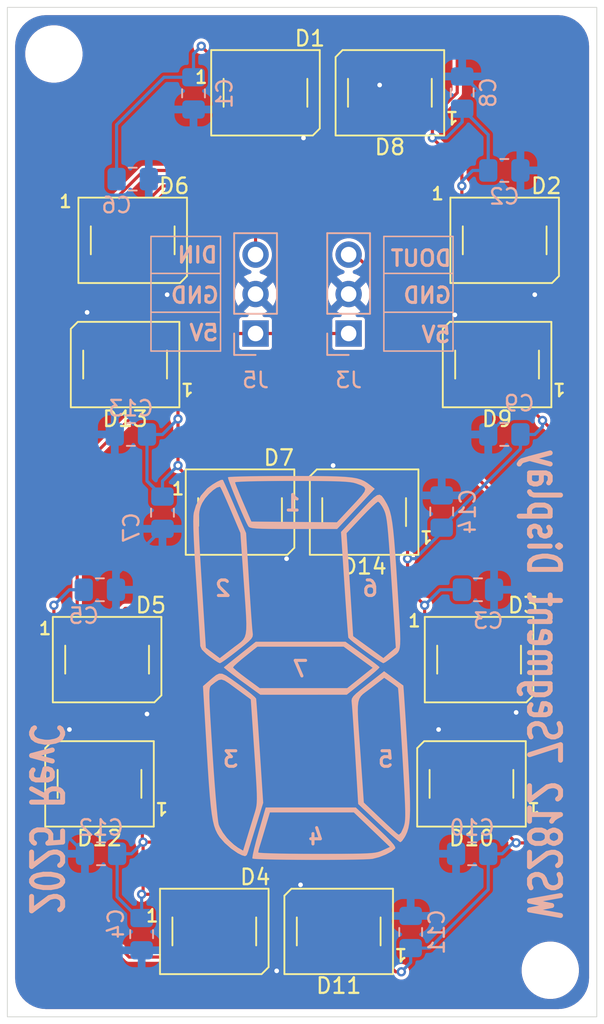
<source format=kicad_pcb>
(kicad_pcb (version 20241229) (generator "pcbnew") (generator_version "9.0")
  (layers (0 "F.Cu" signal) (2 "B.Cu" signal) (13 "F.Paste" user) (15 "B.Paste" user) (5 "F.SilkS" user "F.Silkscreen") (7 "B.SilkS" user "B.Silkscreen") (1 "F.Mask" user) (3 "B.Mask" user) (25 "Edge.Cuts" user))
  (net 0 "")
  (net 1 "GND")
  (net 2 "+5V")
  (net 3 "Net-(D1-DOUT)")
  (net 4 "Net-(D10-DIN)")
  (net 5 "Net-(D11-DIN)")
  (net 6 "Net-(D12-DIN)")
  (net 7 "Net-(D13-DIN)")
  (net 8 "Net-(D1-DIN)")
  (net 9 "Net-(D14-DIN)")
  (net 17 "Net-(D7-DOUT)")
  (footprint "LED_SMD:LED_WS2812B_PLCC4_5.0x5.0mm_P3.2mm" (layer "F.Cu") (at 50.59 100 180)
    (property "Reference" "D13")
    (property "Value" "WS2812B" (hide yes))
  )
  (footprint "MountingHole:MountingHole_3.2mm_M3" (layer "F.Cu") (at 78 139)
    (property "Reference" "H5" (hide yes))
    (property "Value" "MountingHole" (hide yes))
  )
  (footprint "LED_SMD:LED_WS2812B_PLCC4_5.0x5.0mm_P3.2mm" (layer "F.Cu") (at 75.06 92)
    (property "Reference" "D2")
    (property "Value" "WS2812B" (hide yes))
  )
  (footprint "LED_SMD:LED_WS2812B_PLCC4_5.0x5.0mm_P3.2mm" (layer "F.Cu") (at 56.34 136.5)
    (property "Reference" "D4")
    (property "Value" "WS2812B" (hide yes))
  )
  (footprint "LED_SMD:LED_WS2812B_PLCC4_5.0x5.0mm_P3.2mm" (layer "F.Cu") (at 58 109.5)
    (property "Reference" "D7")
    (property "Value" "WS2812B" (hide yes))
  )
  (footprint "LED_SMD:LED_WS2812B_PLCC4_5.0x5.0mm_P3.2mm" (layer "F.Cu") (at 67.66 82.5 180)
    (property "Reference" "D8")
    (property "Value" "WS2812B" (hide yes))
  )
  (footprint "LED_SMD:LED_WS2812B_PLCC4_5.0x5.0mm_P3.2mm" (layer "F.Cu") (at 74.57 100 180)
    (property "Reference" "D9")
    (property "Value" "WS2812B" (hide yes))
  )
  (footprint "LED_SMD:LED_WS2812B_PLCC4_5.0x5.0mm_P3.2mm" (layer "F.Cu") (at 72.92 127 180)
    (property "Reference" "D10")
    (property "Value" "WS2812B" (hide yes))
  )
  (footprint "LED_SMD:LED_WS2812B_PLCC4_5.0x5.0mm_P3.2mm" (layer "F.Cu") (at 51.08 92)
    (property "Reference" "D6")
    (property "Value" "WS2812B" (hide yes))
  )
  (footprint "LED_SMD:LED_WS2812B_PLCC4_5.0x5.0mm_P3.2mm" (layer "F.Cu") (at 48.94 127 180)
    (property "Reference" "D12")
    (property "Value" "WS2812B" (hide yes))
  )
  (footprint "LED_SMD:LED_WS2812B_PLCC4_5.0x5.0mm_P3.2mm" (layer "F.Cu") (at 64.36 136.5 180)
    (property "Reference" "D11")
    (property "Value" "WS2812B" (hide yes))
  )
  (footprint "LED_SMD:LED_WS2812B_PLCC4_5.0x5.0mm_P3.2mm" (layer "F.Cu") (at 49.43 119)
    (property "Reference" "D5")
    (property "Value" "WS2812B" (hide yes))
  )
  (footprint "LED_SMD:LED_WS2812B_PLCC4_5.0x5.0mm_P3.2mm" (layer "F.Cu") (at 59.64 82.5)
    (property "Reference" "D1")
    (property "Value" "WS2812B" (hide yes))
  )
  (footprint "LED_SMD:LED_WS2812B_PLCC4_5.0x5.0mm_P3.2mm" (layer "F.Cu") (at 73.41 119)
    (property "Reference" "D3")
    (property "Value" "WS2812B" (hide yes))
  )
  (footprint "MountingHole:MountingHole_3.2mm_M3" (layer "F.Cu") (at 46 80)
    (property "Reference" "H1" (hide yes))
    (property "Value" "MountingHole" (hide yes))
  )
  (footprint "LED_SMD:LED_WS2812B_PLCC4_5.0x5.0mm_P3.2mm" (layer "F.Cu") (at 66 109.5 180)
    (property "Reference" "D14")
    (property "Value" "WS2812B" (hide yes))
  )
  (footprint "Capacitor_SMD:C_0805_2012Metric_Pad1.18x1.45mm_HandSolder" (layer "B.Cu") (at 75.0375 104.5 180)
    (property "Reference" "C9")
    (property "Value" "0.1uF")
  )
  (footprint "Capacitor_SMD:C_0805_2012Metric_Pad1.18x1.45mm_HandSolder" (layer "B.Cu") (at 71 109.4625 90)
    (property "Reference" "C14")
    (property "Value" "0.1uF")
  )
  (footprint "Capacitor_SMD:C_0805_2012Metric_Pad1.18x1.45mm_HandSolder" (layer "B.Cu") (at 50.9625 104.5 180)
    (property "Reference" "C13")
    (property "Value" "0.1uF")
  )
  (footprint "Capacitor_SMD:C_0805_2012Metric_Pad1.18x1.45mm_HandSolder" (layer "B.Cu") (at 48.9625 114.5)
    (property "Reference" "C5")
    (property "Value" "0.1uF" (hide yes))
  )
  (footprint "Capacitor_SMD:C_0805_2012Metric_Pad1.18x1.45mm_HandSolder" (layer "B.Cu") (at 75.0375 87.5)
    (property "Reference" "C2")
    (property "Value" "0.1uF" (hide yes))
  )
  (footprint "Capacitor_SMD:C_0805_2012Metric_Pad1.18x1.45mm_HandSolder" (layer "B.Cu") (at 51.078896 88.057977)
    (property "Reference" "C6")
    (property "Value" "0.1uF" (hide yes))
  )
  (footprint "Capacitor_SMD:C_0805_2012Metric_Pad1.18x1.45mm_HandSolder" (layer "B.Cu") (at 72.9625 131.5 180)
    (property "Reference" "C10")
    (property "Value" "0.1uF")
  )
  (footprint "Capacitor_SMD:C_0805_2012Metric_Pad1.18x1.45mm_HandSolder" (layer "B.Cu") (at 69 136.5375 90)
    (property "Reference" "C11")
    (property "Value" "0.1uF")
  )
  (footprint "Capacitor_SMD:C_0805_2012Metric_Pad1.18x1.45mm_HandSolder" (layer "B.Cu") (at 55 82.5375 -90)
    (property "Reference" "C1")
    (property "Value" "0.1uF" (hide yes))
  )
  (footprint "Capacitor_SMD:C_0805_2012Metric_Pad1.18x1.45mm_HandSolder" (layer "B.Cu") (at 72.321312 82.486386 90)
    (property "Reference" "C8")
    (property "Value" "0.1uF")
  )
  (footprint "Capacitor_SMD:C_0805_2012Metric_Pad1.18x1.45mm_HandSolder" (layer "B.Cu") (at 73.3375 114.5)
    (property "Reference" "C3")
    (property "Value" "0.1uF" (hide yes))
  )
  (footprint "Connector_PinHeader_2.54mm:PinHeader_1x03_P2.54mm_Vertical" (layer "B.Cu") (at 59 98)
    (property "Reference" "J5")
    (property "Value" "Conn_01x03" (hide yes))
  )
  (footprint "Connector_PinHeader_2.54mm:PinHeader_1x03_P2.54mm_Vertical" (layer "B.Cu") (at 65 98)
    (property "Reference" "J3")
    (property "Value" "Conn_01x03" (hide yes))
  )
  (footprint "Capacitor_SMD:C_0805_2012Metric_Pad1.18x1.45mm_HandSolder" (layer "B.Cu") (at 51.655786 136.676559 -90)
    (property "Reference" "C4")
    (property "Value" "0.1uF" (hide yes))
  )
  (footprint "Capacitor_SMD:C_0805_2012Metric_Pad1.18x1.45mm_HandSolder" (layer "B.Cu") (at 53 109.5375 -90)
    (property "Reference" "C7")
    (property "Value" "0.1uF" (hide yes))
  )
  (footprint "Libraries:7segment-8" (layer "B.Cu") (at 62 119.5 180)
    (property "Reference" "G***" (hide yes))
    (property "Value" "LOGO" (hide yes))
  )
  (footprint "Capacitor_SMD:C_0805_2012Metric_Pad1.18x1.45mm_HandSolder" (layer "B.Cu") (at 49.0375 131.5 180)
    (property "Reference" "C12")
    (property "Value" "0.1uF")
  )
  (gr_line (start 52.258082 91.75) (end 52.258082 99.13) (stroke (width 0.1)) (layer "B.SilkS"))
  (gr_line (start 67.270728 91.75) (end 67.270728 99.13) (stroke (width 0.1)) (layer "B.SilkS"))
  (gr_line (start 56.741917 99.13) (end 52.258082 99.13) (stroke (width 0.1)) (layer "B.SilkS"))
  (gr_line (start 56.741917 91.75) (end 52.258082 91.75) (stroke (width 0.1)) (layer "B.SilkS"))
  (gr_line (start 71.729271 91.75) (end 71.729271 99.13) (stroke (width 0.1)) (layer "B.SilkS"))
  (gr_line (start 71.729271 96.63) (end 67.270728 96.63) (stroke (width 0.1)) (layer "B.SilkS"))
  (gr_line (start 71.729271 94.13) (end 67.270728 94.13) (stroke (width 0.1)) (layer "B.SilkS"))
  (gr_line (start 56.741917 94.13) (end 52.258082 94.13) (stroke (width 0.1)) (layer "B.SilkS"))
  (gr_line (start 71.729271 91.75) (end 67.270728 91.75) (stroke (width 0.1)) (layer "B.SilkS"))
  (gr_line (start 56.741917 91.75) (end 56.741917 99.13) (stroke (width 0.1)) (layer "B.SilkS"))
  (gr_line (start 71.729271 99.13) (end 67.270728 99.13) (stroke (width 0.1)) (layer "B.SilkS"))
  (gr_line (start 56.741917 96.63) (end 52.258082 96.63) (stroke (width 0.1)) (layer "B.SilkS"))
  (gr_rect (start 43 142) (end 81 77) (stroke (width 0.05)) (fill no) (layer "Edge.Cuts"))
  (gr_text "5V" (at 56.702672 98.541169 0) (layer "B.SilkS") (effects (font (size 1 1) (thickness 0.2) (bold yes)) (justify left bottom mirror)))
  (gr_text "WS2812 7Segment Display\n" (at 76.4 135.9 270) (layer "B.SilkS") (effects (font (size 2 1.5) (thickness 0.32) (bold yes)) (justify left bottom mirror)))
  (gr_text "DIN" (at 56.644833 93.532946 0) (layer "B.SilkS") (effects (font (size 1 1) (thickness 0.2) (bold yes)) (justify left bottom mirror)))
  (gr_text "5V" (at 71.665233 98.654855 0) (layer "B.SilkS") (effects (font (size 1 1) (thickness 0.2) (bold yes)) (justify left bottom mirror)))
  (gr_text "2" (at 57.5 115 0) (layer "B.SilkS") (effects (font (size 1 1) (thickness 0.2) (bold yes)) (justify left bottom mirror)))
  (gr_text "1" (at 62 109.5 0) (layer "B.SilkS") (effects (font (size 1 1) (thickness 0.2) (bold yes)) (justify left bottom mirror)))
  (gr_text "GND" (at 71.729271 96.13 0) (layer "B.SilkS") (effects (font (size 1 1) (thickness 0.2) (bold yes)) (justify left bottom mirror)))
  (gr_text "4" (at 63.5 131 0) (layer "B.SilkS") (effects (font (size 1 1) (thickness 0.2) (bold yes)) (justify left bottom mirror)))
  (gr_text "DOUT" (at 71.729271 93.745773 0) (layer "B.SilkS") (effects (font (size 1 1) (thickness 0.2) (bold yes)) (justify left bottom mirror)))
  (gr_text "6" (at 67 115 0) (layer "B.SilkS") (effects (font (size 1 1) (thickness 0.2) (bold yes)) (justify left bottom mirror)))
  (gr_text "GND" (at 56.741917 96.13 0) (layer "B.SilkS") (effects (font (size 1 1) (thickness 0.2) (bold yes)) (justify left bottom mirror)))
  (gr_text "7" (at 62.5 120.17976 0) (layer "B.SilkS") (effects (font (size 1 1) (thickness 0.2) (bold yes)) (justify left bottom mirror)))
  (gr_text "2025 RevC\n" (at 44.3 135.6 270) (layer "B.SilkS") (effects (font (size 2 1.5) (thickness 0.32) (bold yes)) (justify left bottom mirror)))
  (gr_text "5" (at 68 126 0) (layer "B.SilkS") (effects (font (size 1 1) (thickness 0.2) (bold yes)) (justify left bottom mirror)))
  (gr_text "3" (at 58 126 0) (layer "B.SilkS") (effects (font (size 1 1) (thickness 0.2) (bold yes)) (justify left bottom mirror)))
  (segment (start 61.9 133.5) (end 61.91 133.51) (width 0.2032) (layer "F.Cu") (net 1))
  (segment (start 60.45 111.15) (end 60.5 111.2) (width 0.2032) (layer "F.Cu") (net 1))
  (segment (start 62 85.5) (end 62.09 85.41) (width 0.2032) (layer "F.Cu") (net 1))
  (segment (start 70.47 125.35) (end 70.47 123.83) (width 0.2032) (layer "F.Cu") (net 1))
  (segment (start 75.86 122.34) (end 75.8 122.4) (width 0.2032) (layer "F.Cu") (net 1))
  (segment (start 63.55 107.85) (end 64 107.4) (width 0.2032) (layer "F.Cu") (net 1))
  (segment (start 48.14 98.35) (end 48.14 96.64) (width 0.2032) (layer "F.Cu") (net 1))
  (segment (start 53.5 95.2) (end 53.5 93.68) (width 0.2032) (layer "F.Cu") (net 1))
  (segment (start 62.09 84.15) (end 62.09 85.41) (width 0.2032) (layer "F.Cu") (net 1))
  (segment (start 46.5 125.34) (end 46.5 124) (width 0.2032) (layer "F.Cu") (net 1))
  (segment (start 46.5 124) (end 47 123.5) (width 0.2032) (layer "F.Cu") (net 1))
  (segment (start 72.1 98.33) (end 72.12 98.35) (width 0.2032) (layer "F.Cu") (net 1))
  (segment (start 72.1 97.22) (end 72.1 98.33) (width 0.2032) (layer "F.Cu") (net 1))
  (segment (start 60.361222 139.038778) (end 60.361222 138.361222) (width 0.2032) (layer "F.Cu") (net 1))
  (segment (start 51.88 120.65) (end 51.88 122.38) (width 0.2032) (layer "F.Cu") (net 1))
  (segment (start 46.49 125.35) (end 46.5 125.34) (width 0.2032) (layer "F.Cu") (net 1))
  (segment (start 53.3 95.5) (end 53.3 95.4) (width 0.2032) (layer "F.Cu") (net 1))
  (segment (start 51.88 122.38) (end 52 122.5) (width 0.2032) (layer "F.Cu") (net 1))
  (segment (start 77.5 95) (end 77 95.5) (width 0.2032) (layer "F.Cu") (net 1))
  (segment (start 53.3 95.4) (end 53.5 95.2) (width 0.2032) (layer "F.Cu") (net 1))
  (segment (start 60.15 138.15) (end 58.79 138.15) (width 0.2032) (layer "F.Cu") (net 1))
  (segment (start 67 81.3) (end 66.55 80.85) (width 0.2032) (layer "F.Cu") (net 1))
  (segment (start 60.8 112.5) (end 61 112.5) (width 0.2032) (layer "F.Cu") (net 1))
  (segment (start 48 96.5) (end 48.14 96.64) (width 0.2032) (layer "F.Cu") (net 1))
  (segment (start 60.5 111.2) (end 60.5 112.2) (width 0.2032) (layer "F.Cu") (net 1))
  (segment (start 70.47 123.83) (end 70.8 123.5) (width 0.2032) (layer "F.Cu") (net 1))
  (segment (start 77.5 93.66) (end 77.5 95) (width 0.2032) (layer "F.Cu") (net 1))
  (segment (start 71.849271 96.8) (end 71.849271 96.969271) (width 0.2032) (layer "F.Cu") (net 1))
  (segment (start 75.86 120.65) (end 75.86 122.34) (width 0.2032) (layer "F.Cu") (net 1))
  (segment (start 66.55 80.85) (end 65.21 80.85) (width 0.2032) (layer "F.Cu") (net 1))
  (segment (start 71.849271 96.969271) (end 72.1 97.22) (width 0.2032) (layer "F.Cu") (net 1))
  (segment (start 77.51 93.65) (end 77.5 93.66) (width 0.2032) (layer "F.Cu") (net 1))
  (segment (start 67 82) (end 67 81.3) (width 0.2032) (layer "F.Cu") (net 1))
  (segment (start 60.5 112.2) (end 60.8 112.5) (width 0.2032) (layer "F.Cu") (net 1))
  (segment (start 64 107.4) (end 64 106.5) (width 0.2032) (layer "F.Cu") (net 1))
  (segment (start 61.91 133.51) (end 61.91 134.85) (width 0.2032) (layer "F.Cu") (net 1))
  (segment (start 53.5 93.68) (end 53.53 93.65) (width 0.2032) (layer "F.Cu") (net 1))
  (segment (start 60.361222 138.361222) (end 60.15 138.15) (width 0.2032) (layer "F.Cu") (net 1))
  (via (at 64 106.5) (size 0.6) (drill 0.3) (layers "F.Cu" "B.Cu") (net 1))
  (via (at 61 112.5) (size 0.6) (drill 0.3) (layers "F.Cu" "B.Cu") (net 1))
  (via (at 60.361222 139.038778) (size 0.6) (drill 0.3) (layers "F.Cu" "B.Cu") (net 1))
  (via (at 67 82) (size 0.6) (drill 0.3) (layers "F.Cu" "B.Cu") (net 1))
  (via (at 61.9 133.5) (size 0.6) (drill 0.3) (layers "F.Cu" "B.Cu") (net 1))
  (via (at 48.14 96.64) (size 0.6) (drill 0.3) (layers "F.Cu" "B.Cu") (net 1))
  (via (at 75.8 122.4) (size 0.6) (drill 0.3) (layers "F.Cu" "B.Cu") (net 1))
  (via (at 71.849271 96.8) (size 0.6) (drill 0.3) (layers "F.Cu" "B.Cu") (net 1))
  (via (at 77 95.5) (size 0.6) (drill 0.3) (layers "F.Cu" "B.Cu") (net 1))
  (via (at 52 122.5) (size 0.6) (drill 0.3) (layers "F.Cu" "B.Cu") (net 1))
  (via (at 62.09 85.41) (size 0.6) (drill 0.3) (layers "F.Cu" "B.Cu") (net 1))
  (via (at 47 123.5) (size 0.6) (drill 0.3) (layers "F.Cu" "B.Cu") (net 1))
  (via (at 70.8 123.5) (size 0.6) (drill 0.3) (layers "F.Cu" "B.Cu") (net 1))
  (via (at 53.3 95.5) (size 0.6) (drill 0.3) (layers "F.Cu" "B.Cu") (net 1))
  (segment (start 56.625 83.575) (end 57.3 82.9) (width 0.2032) (layer "B.Cu") (net 1))
  (segment (start 72.3 96.98) (end 72.12 96.8) (width 0.2032) (layer "B.Cu") (net 1))
  (segment (start 51.838778 139.038778) (end 51.655786 138.855786) (width 0.2032) (layer "B.Cu") (net 1))
  (segment (start 49.925 104.5) (end 49.925 108.925) (width 0.2032) (layer "B.Cu") (net 1))
  (segment (start 76.075 85.075) (end 76.075 87.5) (width 0.2032) (layer "B.Cu") (net 1))
  (segment (start 68.025 108.425) (end 66.1 106.5) (width 0.2032) (layer "B.Cu") (net 1))
  (segment (start 76.075 87.5) (end 76.075 88.925) (width 0.2032) (layer "B.Cu") (net 1))
  (segment (start 67.4 135.5) (end 68.8 135.5) (width 0.2032) (layer "B.Cu") (net 1))
  (segment (start 55 92.4) (end 53.3 94.1) (width 0.2032) (layer "B.Cu") (net 1))
  (segment (start 54.5 94.3) (end 57.84 94.3) (width 0.2032) (layer "B.Cu") (net 1))
  (segment (start 70.7 131.5) (end 71.925 131.5) (width 0.2032) (layer "B.Cu") (net 1))
  (segment (start 71 108.425) (end 68.025 108.425) (width 0.2032) (layer "B.Cu") (net 1))
  (segment (start 48 131.5) (end 47 130.5) (width 0.2032) (layer "B.Cu") (net 1))
  (segment (start 48.66 96.64) (end 48.14 96.64) (width 0.2032) (layer "B.Cu") (net 1))
  (segment (start 48 131.5) (end 48 129.7) (width 0.2032) (layer "B.Cu") (net 1))
  (segment (start 69 134.1) (end 69 135.3) (width 0.2032) (layer "B.Cu") (net 1))
  (segment (start 71.925 131.5) (end 71.925 133.975) (width 0.2032) (layer "B.Cu") (net 1))
  (segment (start 57.84 94.3) (end 59 95.46) (width 0.2032) (layer "B.Cu") (net 1))
  (segment (start 69 135.3) (end 68.8 135.5) (width 0.2032) (layer "B.Cu") (net 1))
  (segment (start 72.448886 81.448886) (end 76.075 85.075) (width 0.2032) (layer "B.Cu") (net 1))
  (segment (start 67.551114 81.448886) (end 72.321312 81.448886) (width 0.2032) (layer "B.Cu") (net 1))
  (segment (start 76.075 88.925) (end 74 91) (width 0.2032) (layer "B.Cu") (net 1))
  (segment (start 55 83.575) (end 56.625 83.575) (width 0.2032) (layer "B.Cu") (net 1))
  (segment (start 60.06 94.4) (end 63.94 94.4) (width 0.4064) (layer "B.Cu") (net 1))
  (segment (start 53.3 94.1) (end 53.3 95.5) (width 0.2032) (layer "B.Cu") (net 1))
  (segment (start 74 127.8) (end 74 124.2) (width 0.2032) (layer "B.Cu") (net 1))
  (segment (start 74 106.7) (end 72.275 108.425) (width 0.2032) (layer "B.Cu") (net 1))
  (segment (start 68.4 133.5) (end 69 134.1) (width 0.2032) (layer "B.Cu") (net 1))
  (segment (start 52.116396 88.057977) (end 52.116396 89.6) (width 0.2032) (layer "B.Cu") (net 1))
  (segment (start 74 104.5) (end 74 106.7) (width 0.2032) (layer "B.Cu") (net 1))
  (segment (start 51.9 125.8) (end 51.9 122.6) (width 0.2032) (layer "B.Cu") (net 1))
  (segment (start 55 83.575) (end 60.255 83.575) (width 0.2032) (layer "B.Cu") (net 1))
  (segment (start 63.94 94.4) (end 65 95.46) (width 0.4064) (layer "B.Cu") (net 1))
  (segment (start 50 115.5) (end 48 117.5) (width 0.2032) (layer "B.Cu") (net 1))
  (segment (start 72.12 96.8) (end 71.96 96.96) (width 0.2032) (layer "B.Cu") (net 1))
  (segment (start 48 131.5) (end 48 135.3) (width 0.2032) (layer "B.Cu") (net 1))
  (segment (start 70.4 135.5) (end 69 135.5) (width 0.2032) (layer "B.Cu") (net 1))
  (segment (start 70.451114 81.448886) (end 72.321312 81.448886) (width 0.2032) (layer "B.Cu") (net 1))
  (segment (start 57.3 82.9) (end 69 82.9) (width 0.2032) (layer "B.Cu") (net 1))
  (segment (start 51.9 122.6) (end 52 122.5) (width 0.2032) (layer "B.Cu") (net 1))
  (segment (start 53.3 95.5) (end 54.5 94.3) (width 0.2032) (layer "B.Cu") (net 1))
  (segment (start 50 114.5) (end 50 115.5) (width 0.2032) (layer "B.Cu") (net 1))
  (segment (start 59 95.46) (end 60.06 94.4) (width 0.4064) (layer "B.Cu") (net 1))
  (segment (start 67 82) (end 67.551114 81.448886) (width 0.2032) (layer "B.Cu") (net 1))
  (segment (start 70.2 131) (end 70.7 131.5) (width 0.2032) (layer "B.Cu") (net 1))
  (segment (start 75.2 103.3) (end 75.2 97.3) (width 0.2032) (layer "B.Cu") (net 1))
  (segment (start 53 110.575) (end 54.775 110.575) (width 0.2032) (layer "B.Cu") (net 1))
  (segment (start 71.925 129.875) (end 74 127.8) (width 0.2032) (layer "B.Cu") (net 1))
  (segment (start 50.4 91.316396) (end 50.4 94.9) (width 0.2032) (layer "B.Cu") (net 1))
  (segment (start 71.925 133.975) (end 70.4 135.5) (width 0.2032) (layer "B.Cu") (net 1))
  (segment (start 72.3 104) (end 72.3 96.98) (width 0.2032) (layer "B.Cu") (net 1))
  (segment (start 50.4 94.9) (end 48.66 96.64) (width 0.2032) (layer "B.Cu") (net 1))
  (segment (start 69 82.9) (end 70.451114 81.448886) (width 0.2032) (layer "B.Cu") (net 1))
  (segment (start 50 113.575) (end 53 110.575) (width 0.2032) (layer "B.Cu") (net 1))
  (segment (start 72.321312 81.448886) (end 72.448886 81.448886) (width 0.2032) (layer "B.Cu") (net 1))
  (segment (start 53.725 83.575) (end 52.116396 85.183604) (width 0.2032) (layer "B.Cu") (net 1))
  (segment (start 56.7 112.5) (end 61 112.5) (width 0.2032) (layer "B.Cu") (net 1))
  (segment (start 60.361222 139.038778) (end 51.838778 139.038778) (width 0.2032) (layer "B.Cu") (net 1))
  (segment (start 49.925 104.5) (end 49.925 103.575) (width 0.2032) (layer "B.Cu") (net 1))
  (segment (start 49.925 103.575) (end 52.116396 101.383604) (width 0.2032) (layer "B.Cu") (net 1))
  (segment (start 74 124.2) (end 75.8 122.4) (width 0.2032) (layer "B.Cu") (net 1))
  (segment (start 52.116396 89.6) (end 50.4 91.316396) (width 0.2032) (layer "B.Cu") (net 1))
  (segment (start 71.925 118.475) (end 74.375 116.025) (width 0.2032) (layer "B.Cu") (net 1))
  (segment (start 51.655786 138.855786) (end 51.655786 137.714059) (width 0.2032) (layer "B.Cu") (net 1))
  (segment (start 47 130.5) (end 47 123.5) (width 0.2032) (layer "B.Cu") (net 1))
  (segment (start 70.8 123.5) (end 70.2 124.1) (width 0.2032) (layer "B.Cu") (net 1))
  (segment (start 48 129.7) (end 51.9 125.8) (width 0.2032) (layer "B.Cu") (net 1))
  (segment (start 68.8 135.5) (end 69 135.5) (width 0.2032) (layer "B.Cu") (net 1))
  (segment (start 50 114.5) (end 50 113.575) (width 0.2032) (layer "B.Cu") (net 1))
  (segment (start 48 117.5) (end 48 131.5) (width 0.2032) (layer "B.Cu") (net 1))
  (segment (start 71.925 131.5) (end 71.925 129.875) (width 0.2032) (layer "B.Cu") (net 1))
  (segment (start 72.275 108.425) (end 71 108.425) (width 0.2032) (layer "B.Cu") (net 1))
  (segment (start 70.2 124.1) (end 70.2 131) (width 0.2032) (layer "B.Cu") (net 1))
  (segment (start 74 104.5) (end 75.2 103.3) (width 0.2032) (layer "B.Cu") (net 1))
  (segment (start 48 135.3) (end 50.414059 137.714059) (width 0.2032) (layer "B.Cu") (net 1))
  (segment (start 49.925 108.925) (end 51.575 110.575) (width 0.2032) (layer "B.Cu") (net 1))
  (segment (start 51.655786 137.714059) (end 65.185941 137.714059) (width 0.2032) (layer "B.Cu") (net 1))
  (segment (start 71.925 131.5) (end 71.925 118.475) (width 0.2032) (layer "B.Cu") (net 1))
  (segment (start 75.2 97.3) (end 77 95.5) (width 0.2032) (layer "B.Cu") (net 1))
  (segment (start 74 91) (end 74 104.5) (width 0.2032) (layer "B.Cu") (net 1))
  (segment (start 50.414059 137.714059) (end 51.655786 137.714059) (width 0.2032) (layer "B.Cu") (net 1))
  (segment (start 61.9 133.5) (end 68.4 133.5) (width 0.2032) (layer "B.Cu") (net 1))
  (segment (start 55 83.575) (end 55 92.4) (width 0.2032) (layer "B.Cu") (net 1))
  (segment (start 51.575 110.575) (end 53 110.575) (width 0.2032) (layer "B.Cu") (net 1))
  (segment (start 52.116396 85.183604) (end 52.116396 88.057977) (width 0.2032) (layer "B.Cu") (net 1))
  (segment (start 54.775 110.575) (end 56.7 112.5) (width 0.2032) (layer "B.Cu") (net 1))
  (segment (start 55 83.575) (end 53.725 83.575) (width 0.2032) (layer "B.Cu") (net 1))
  (segment (start 52.116396 101.383604) (end 52.116396 88.057977) (width 0.2032) (layer "B.Cu") (net 1))
  (segment (start 66.1 106.5) (end 64 106.5) (width 0.2032) (layer "B.Cu") (net 1))
  (segment (start 65.185941 137.714059) (end 67.4 135.5) (width 0.2032) (layer "B.Cu") (net 1))
  (segment (start 74.375 116.025) (end 74.375 114.5) (width 0.2032) (layer "B.Cu") (net 1))
  (segment (start 60.255 83.575) (end 62.09 85.41) (width 0.2032) (layer "B.Cu") (net 1))
  (segment (start 72.8 104.5) (end 72.3 104) (width 0.2032) (layer "B.Cu") (net 1))
  (segment (start 74 104.5) (end 72.8 104.5) (width 0.2032) (layer "B.Cu") (net 1))
  (segment (start 55.55 107.85) (end 55.25 107.85) (width 0.2032) (layer "F.Cu") (net 2))
  (segment (start 66.81 138.15) (end 67.08 138.15) (width 0.2032) (layer "F.Cu") (net 2))
  (segment (start 70.65 117.35) (end 69.9 116.6) (width 0.2032) (layer "F.Cu") (net 2))
  (segment (start 75.37 128.65) (end 75.37 130.37) (width 0.2032) (layer "F.Cu") (net 2))
  (segment (start 77.02 100.88) (end 77.02 101.65) (width 0.2032) (layer "F.Cu") (net 2))
  (segment (start 57.3 139.8) (end 64.9 139.8) (width 0.2032) (layer "F.Cu") (net 2))
  (segment (start 70.4 84.44) (end 70.11 84.15) (width 0.2032) (layer "F.Cu") (net 2))
  (segment (start 48.95 90.35) (end 51.8 87.5) (width 0.2032) (layer "F.Cu") (net 2))
  (segment (start 57 97.5) (end 57.5 98) (width 0.2032) (layer "F.Cu") (net 2))
  (segment (start 77 101.67) (end 77.02 101.65) (width 0.2032) (layer "F.Cu") (net 2))
  (segment (start 53.89 134.85) (end 55.9 136.86) (width 0.2032) (layer "F.Cu") (net 2))
  (segment (start 47.5 106.9) (end 47.5 117.35) (width 0.2032) (layer "F.Cu") (net 2))
  (segment (start 55.95 87.5) (end 57 88.55) (width 0.2032) (layer "F.Cu") (net 2))
  (segment (start 53.9 116.5) (end 53.9 129.4) (width 0.2032) (layer "F.Cu") (net 2))
  (segment (start 52.902597 134.107606) (end 53.644991 134.85) (width 0.2032) (layer "F.Cu") (net 2))
  (segment (start 47.5 117.35) (end 46.98 117.35) (width 0.2032) (layer "F.Cu") (net 2))
  (segment (start 78.5 104.6) (end 78.5 129) (width 0.2032) (layer "F.Cu") (net 2))
  (segment (start 72.61 90.35) (end 72.35 90.35) (width 0.2032) (layer "F.Cu") (net 2))
  (segment (start 53.25 101.65) (end 54 102.4) (width 0.2032) (layer "F.Cu") (net 2))
  (segment (start 70.4 85.4) (end 70.4 84.44) (width 0.2032) (layer "F.Cu") (net 2))
  (segment (start 72 82.5) (end 72 79.5) (width 0.2032) (layer "F.Cu") (net 2))
  (segment (start 54 106.5) (end 54 103.5) (width 0.2032) (layer "F.Cu") (net 2))
  (segment (start 57.5 98) (end 59 98) (width 0.2032) (layer "F.Cu") (net 2))
  (segment (start 46.98 117.35) (end 48.95 117.35) (width 0.2032) (layer "F.Cu") (net 2))
  (segment (start 72.3 90.04) (end 72.61 90.35) (width 0.2032) (layer "F.Cu") (net 2))
  (segment (start 71 78.5) (end 59.8 78.5) (width 0.2032) (layer "F.Cu") (net 2))
  (segment (start 53.1 115.7) (end 53.9 116.5) (width 0.2032) (layer "F.Cu") (net 2))
  (segment (start 72.3 87.3) (end 70.4 85.4) (width 0.2032) (layer "F.Cu") (net 2))
  (segment (start 68.03 139.1) (end 68.4 139.1) (width 0.2032) (layer "F.Cu") (net 2))
  (segment (start 77.5 103.6) (end 78.5 104.6) (width 0.2032) (layer "F.Cu") (net 2))
  (segment (start 51.75 130.75) (end 51.7 130.7) (width 0.2032) (layer "F.Cu") (net 2))
  (segment (start 53.04 101.65) (end 53.25 101.65) (width 0.2032) (layer "F.Cu") (net 2))
  (segment (start 56.85 80.85) (end 55.5 79.5) (width 0.2032) (layer "F.Cu") (net 2))
  (segment (start 72.3 88.5) (end 72.3 87.3) (width 0.2032) (layer "F.Cu") (net 2))
  (segment (start 54 102.4) (end 54 103.5) (width 0.2032) (layer "F.Cu") (net 2))
  (segment (start 57.45 80.85) (end 57.19 80.85) (width 0.2032) (layer "F.Cu") (net 2))
  (segment (start 69.9 116.6) (end 69.9 115.5) (width 0.2032) (layer "F.Cu") (net 2))
  (segment (start 70.96 117.35) (end 70.65 117.35) (width 0.2032) (layer "F.Cu") (net 2))
  (segment (start 74.2 89.1) (end 79.1 89.1) (width 0.2032) (layer "F.Cu") (net 2))
  (segment (start 54 106.6) (end 54 106.5) (width 0.2032) (layer "F.Cu") (net 2))
  (segment (start 51.8 87.5) (end 55.95 87.5) (width 0.2032) (layer "F.Cu") (net 2))
  (segment (start 50.6 115.7) (end 53.1 115.7) (width 0.2032) (layer "F.Cu") (net 2))
  (segment (start 51.7 128.96) (end 51.39 128.65) (width 0.2032) (layer "F.Cu") (net 2))
  (segment (start 66.55 138.15) (end 66.81 138.15) (width 0.2032) (layer "F.Cu") (net 2))
  (segment (start 76.7 130.8) (end 75.8 130.8) (width 0.2032) (layer "F.Cu") (net 2))
  (segment (start 46.98 117.35) (end 46.65 117.35) (width 0.2032) (layer "F.Cu") (net 2))
  (segment (start 68.8 114.4) (end 69.9 115.5) (width 0.2032) (layer "F.Cu") (net 2))
  (segment (start 46 116.7) (end 46 115.5) (width 0.2032) (layer "F.Cu") (net 2))
  (segment (start 72.61 90.35) (end 72.95 90.35) (width 0.2032) (layer "F.Cu") (net 2))
  (segment (start 79.1 89.1) (end 79.5 89.5) (width 0.2032) (layer "F.Cu") (net 2))
  (segment (start 57.19 80.85) (end 56.85 80.85) (width 0.2032) (layer "F.Cu") (net 2))
  (segment (start 57 88.55) (end 57 97.5) (width 0.2032) (layer "F.Cu") (net 2))
  (segment (start 72.3 88.5) (end 72.3 90.04) (width 0.2032) (layer "F.Cu") (net 2))
  (segment (start 53.04 101.65) (end 52.75 101.65) (width 0.2032) (layer "F.Cu") (net 2))
  (segment (start 55.9 136.86) (end 55.9 138.4) (width 0.2032) (layer "F.Cu") (net 2))
  (segment (start 79.5 89.5) (end 79.5 98.4) (width 0.2032) (layer "F.Cu") (net 2))
  (segment (start 51.655786 134.107606) (end 52.902597 134.107606) (width 0.2032) (layer "F.Cu") (net 2))
  (segment (start 75.37 130.37) (end 75.8 130.8) (width 0.2032) (layer "F.Cu") (net 2))
  (segment (start 68.8 112.5) (end 68.8 114.4) (width 0.2032) (layer "F.Cu") (net 2))
  (segment (start 53.9 129.4) (end 52.55 130.75) (width 0.2032) (layer "F.Cu") (net 2))
  (segment (start 77 103.1) (end 77 101.67) (width 0.2032) (layer "F.Cu") (net 2))
  (segment (start 59 98) (end 65 98) (width 0.2032) (layer "F.Cu") (net 2))
  (segment (start 53.644991 134.85) (end 53.89 134.85) (width 0.2032) (layer "F.Cu") (net 2))
  (segment (start 64.9 139.8) (end 66.55 138.15) (width 0.2032) (layer "F.Cu") (net 2))
  (segment (start 79.5 98.4) (end 77.02 100.88) (width 0.2032) (layer "F.Cu") (net 2))
  (segment (start 70.35 84.15) (end 72 82.5) (width 0.2032) (layer "F.Cu") (net 2))
  (segment (start 78.5 129) (end 76.7 130.8) (width 0.2032) (layer "F.Cu") (net 2))
  (segment (start 77.5 103.6) (end 77 103.1) (width 0.2032) (layer "F.Cu") (net 2))
  (segment (start 46.65 117.35) (end 46 116.7) (width 0.2032) (layer "F.Cu") (net 2))
  (segment (start 55.25 107.85) (end 54 106.6) (width 0.2032) (layer "F.Cu") (net 2))
  (segment (start 72 79.5) (end 71 78.5) (width 0.2032) (layer "F.Cu") (net 2))
  (segment (start 59.8 78.5) (end 57.45 80.85) (width 0.2032) (layer "F.Cu") (net 2))
  (segment (start 67.08 138.15) (end 68.03 139.1) (width 0.2032) (layer "F.Cu") (net 2))
  (segment (start 68.8 112.5) (end 68.8 111.5) (width 0.2032) (layer "F.Cu") (net 2))
  (segment (start 48.63 90.35) (end 48.95 90.35) (width 0.2032) (layer "F.Cu") (net 2))
  (segment (start 72.95 90.35) (end 74.2 89.1) (width 0.2032) (layer "F.Cu") (net 2))
  (segment (start 51.7 130.7) (end 51.7 128.96) (width 0.2032) (layer "F.Cu") (net 2))
  (segment (start 48.95 117.35) (end 50.6 115.7) (width 0.2032) (layer "F.Cu") (net 2))
  (segment (start 52.55 130.75) (end 51.75 130.75) (width 0.2032) (layer "F.Cu") (net 2))
  (segment (start 68.8 111.5) (end 68.45 111.15) (width 0.2032) (layer "F.Cu") (net 2))
  (segment (start 70.11 84.15) (end 70.35 84.15) (width 0.2032) (layer "F.Cu") (net 2))
  (segment (start 51.75 130.75) (end 51.75 134.013392) (width 0.2032) (layer "F.Cu") (net 2))
  (segment (start 55.9 138.4) (end 57.3 139.8) (width 0.2032) (layer "F.Cu") (net 2))
  (segment (start 52.75 101.65) (end 47.5 106.9) (width 0.2032) (layer "F.Cu") (net 2))
  (segment (start 51.75 134.013392) (end 51.655786 134.107606) (width 0.2032) (layer "F.Cu") (net 2))
  (via (at 70.4 85.4) (size 0.6) (drill 0.3) (layers "F.Cu" "B.Cu") (net 2))
  (via (at 77.5 103.6) (size 0.6) (drill 0.3) (layers "F.Cu" "B.Cu") (net 2))
  (via (at 51.75 130.75) (size 0.6) (drill 0.3) (layers "F.Cu" "B.Cu") (net 2))
  (via (at 54 106.5) (size 0.6) (drill 0.3) (layers "F.Cu" "B.Cu") (net 2))
  (via (at 54 103.5) (size 0.6) (drill 0.3) (layers "F.Cu" "B.Cu") (net 2))
  (via (at 72.3 88.5) (size 0.6) (drill 0.3) (layers "F.Cu" "B.Cu") (net 2))
  (via (at 51.655786 134.107606) (size 0.6) (drill 0.3) (layers "F.Cu" "B.Cu") (net 2))
  (via (at 46 115.5) (size 0.6) (drill 0.3) (layers "F.Cu" "B.Cu") (net 2))
  (via (at 75.8 130.8) (size 0.6) (drill 0.3) (layers "F.Cu" "B.Cu") (net 2))
  (via (at 68.8 112.5) (size 0.6) (drill 0.3) (layers "F.Cu" "B.Cu") (net 2))
  (via (at 69.9 115.5) (size 0.6) (drill 0.3) (layers "F.Cu" "B.Cu") (net 2))
  (via (at 68.4 139.1) (size 0.6) (drill 0.3) (layers "F.Cu" "B.Cu") (net 2))
  (via (at 55.5 79.5) (size 0.6) (drill 0.3) (layers "F.Cu" "B.Cu") (net 2))
  (segment (start 73 87.5) (end 74 87.5) (width 0.2032) (layer "B.Cu") (net 2))
  (segment (start 70.225 137.575) (end 74 133.8) (width 0.2032) (layer "B.Cu") (net 2))
  (segment (start 50.041396 88.057977) (end 50.041396 84.558604) (width 0.2032) (layer "B.Cu") (net 2))
  (segment (start 52 107.5) (end 53 108.5) (width 0.2032) (layer "B.Cu") (net 2))
  (segment (start 69 138.5) (end 68.4 139.1) (width 0.2032) (layer "B.Cu") (net 2))
  (segment (start 72.321312 83.523886) (end 74 85.202574) (width 0.2032) (layer "B.Cu") (net 2))
  (segment (start 71.3 85.4) (end 72.321312 84.378688) (width 0.2032) (layer "B.Cu") (net 2))
  (segment (start 47 114.5) (end 46 115.5) (width 0.2032) (layer "B.Cu") (net 2))
  (segment (start 55 81.5) (end 55 80) (width 0.2032) (layer "B.Cu") (net 2))
  (segment (start 77 104.5) (end 76.075 104.5) (width 0.2032) (layer "B.Cu") (net 2))
  (segment (start 50.075 134.275) (end 51.439059 135.639059) (width 0.2032) (layer "B.Cu") (net 2))
  (segment (start 52 104.5) (end 53 104.5) (width 0.2032) (layer "B.Cu") (net 2))
  (segment (start 70.4 85.4) (end 71.3 85.4) (width 0.2032) (layer "B.Cu") (net 2))
  (segment (start 72.3 88.5) (end 72.3 88.2) (width 0.2032) (layer "B.Cu") (net 2))
  (segment (start 70.9 114.5) (end 69.9 115.5) (width 0.2032) (layer "B.Cu") (net 2))
  (segment (start 50.075 131.5) (end 50.075 134.275) (width 0.2032) (layer "B.Cu") (net 2))
  (segment (start 53 107.5) (end 54 106.5) (width 0.2032) (layer "B.Cu") (net 2))
  (segment (start 71 110.8) (end 71 110.5) (width 0.2032) (layer "B.Cu") (net 2))
  (segment (start 77.5 103.6) (end 77.5 104) (width 0.2032) (layer "B.Cu") (net 2))
  (segment (start 75.6 130.8) (end 74.9 131.5) (width 0.2032) (layer "B.Cu") (net 2))
  (segment (start 53.1 81.5) (end 55 81.5) (width 0.2032) (layer "B.Cu") (net 2))
  (segment (start 53 104.5) (end 54 103.5) (width 0.2032) (layer "B.Cu") (net 2))
  (segment (start 69 137.575) (end 69 138.5) (width 0.2032) (layer "B.Cu") (net 2))
  (segment (start 75.8 130.8) (end 75.6 130.8) (width 0.2032) (layer "B.Cu") (net 2))
  (segment (start 72.3 88.2) (end 73 87.5) (width 0.2032) (layer "B.Cu") (net 2))
  (segment (start 47.925 114.5) (end 47 114.5) (width 0.2032) (layer "B.Cu") (net 2))
  (segment (start 51.439059 135.639059) (end 51.655786 135.639059) (width 0.2032) (layer "B.Cu") (net 2))
  (segment (start 69.3 112.5) (end 71 110.8) (width 0.2032) (layer "B.Cu") (net 2))
  (segment (start 51 131.5) (end 50.075 131.5) (width 0.2032) (layer "B.Cu") (net 2))
  (segment (start 72.3 114.5) (end 70.9 114.5) (width 0.2032) (layer "B.Cu") (net 2))
  (segment (start 53 108.5) (end 53 107.5) (width 0.2032) (layer "B.Cu") (net 2))
  (segment (start 50.041396 84.558604) (end 53.1 81.5) (width 0.2032) (layer "B.Cu") (net 2))
  (segment (start 74.9 131.5) (end 74 131.5) (width 0.2032) (layer "B.Cu") (net 2))
  (segment (start 69 137.575) (end 70.225 137.575) (width 0.2032) (layer "B.Cu") (net 2))
  (segment (start 71 110.5) (end 76.075 105.425) (width 0.2032) (layer "B.Cu") (net 2))
  (segment (start 76.075 105.425) (end 76.075 104.5) (width 0.2032) (layer "B.Cu") (net 2))
  (segment (start 74 85.202574) (end 74 87.5) (width 0.2032) (layer "B.Cu") (net 2))
  (segment (start 52 104.5) (end 52 107.5) (width 0.2032) (layer "B.Cu") (net 2))
  (segment (start 77.5 104) (end 77 104.5) (width 0.2032) (layer "B.Cu") (net 2))
  (segment (start 51.655786 134.107606) (end 51.655786 135.639059) (width 0.2032) (layer "B.Cu") (net 2))
  (segment (start 68.8 112.5) (end 69.3 112.5) (width 0.2032) (layer "B.Cu") (net 2))
  (segment (start 55 80) (end 55.5 79.5) (width 0.2032) (layer "B.Cu") (net 2))
  (segment (start 51.75 130.75) (end 51 131.5) (width 0.2032) (layer "B.Cu") (net 2))
  (segment (start 72.321312 84.378688) (end 72.321312 83.523886) (width 0.2032) (layer "B.Cu") (net 2))
  (segment (start 74 133.8) (end 74 131.5) (width 0.2032) (layer "B.Cu") (net 2))
  (segment (start 68 89) (end 71 92) (width 0.2032) (layer "F.Cu") (net 3))
  (segment (start 77.51 90.35) (end 77.25 90.35) (width 0.2032) (layer "F.Cu") (net 3))
  (segment (start 57.19 84.15) (end 57.19 83.31) (width 0.2032) (layer "F.Cu") (net 3))
  (segment (start 67 79.5) (end 68 80.5) (width 0.2032) (layer "F.Cu") (net 3))
  (segment (start 72.35 101.65) (end 72.12 101.65) (width 0.2032) (layer "F.Cu") (net 3))
  (segment (start 57.19 83.31) (end 61 79.5) (width 0.2032) (layer "F.Cu") (net 3))
  (segment (start 71 92) (end 73.5 92) (width 0.2032) (layer "F.Cu") (net 3))
  (segment (start 77.25 90.35) (end 75 92.6) (width 0.2032) (layer "F.Cu") (net 3))
  (segment (start 73.5 92) (end 75.15 90.35) (width 0.2032) (layer "F.Cu") (net 3))
  (segment (start 75.15 90.35) (end 77.51 90.35) (width 0.2032) (layer "F.Cu") (net 3))
  (segment (start 68 80.5) (end 68 89) (width 0.2032) (layer "F.Cu") (net 3))
  (segment (start 75 99) (end 72.35 101.65) (width 0.2032) (layer "F.Cu") (net 3))
  (segment (start 75 92.6) (end 75 99) (width 0.2032) (layer "F.Cu") (net 3))
  (segment (start 61 79.5) (end 67 79.5) (width 0.2032) (layer "F.Cu") (net 3))
  (segment (start 75.86 109.86) (end 70 104) (width 0.2032) (layer "F.Cu") (net 4))
  (segment (start 75.86 117.35) (end 75.86 109.86) (width 0.2032) (layer "F.Cu") (net 4))
  (segment (start 73.1 126.02) (end 70.47 128.65) (width 0.2032) (layer "F.Cu") (net 4))
  (segment (start 75.86 117.35) (end 75.55 117.35) (width 0.2032) (layer "F.Cu") (net 4))
  (segment (start 70 96.26) (end 72.61 93.65) (width 0.2032) (layer "F.Cu") (net 4))
  (segment (start 75.55 117.35) (end 73.1 119.8) (width 0.2032) (layer "F.Cu") (net 4))
  (segment (start 70 104) (end 70 96.26) (width 0.2032) (layer "F.Cu") (net 4))
  (segment (start 73.1 119.8) (end 73.1 126.02) (width 0.2032) (layer "F.Cu") (net 4))
  (segment (start 67.85 120.65) (end 70.96 120.65) (width 0.2032) (layer "F.Cu") (net 5))
  (segment (start 61.91 137.61) (end 61.91 138.15) (width 0.2032) (layer "F.Cu") (net 5))
  (segment (start 59.15 134.85) (end 61.91 137.61) (width 0.2032) (layer "F.Cu") (net 5))
  (segment (start 58.79 129.71) (end 67.85 120.65) (width 0.2032) (layer "F.Cu") (net 5))
  (segment (start 58.79 134.85) (end 59.15 134.85) (width 0.2032) (layer "F.Cu") (net 5))
  (segment (start 58.79 134.85) (end 58.79 129.71) (width 0.2032) (layer "F.Cu") (net 5))
  (segment (start 51.592833 117.35) (end 51.88 117.35) (width 0.2032) (layer "F.Cu") (net 6))
  (segment (start 46.75 128.65) (end 49 126.4) (width 0.2032) (layer "F.Cu") (net 6))
  (segment (start 50.85 138.15) (end 46.49 133.79) (width 0.2032) (layer "F.Cu") (net 6))
  (segment (start 53.89 138.15) (end 50.85 138.15) (width 0.2032) (layer "F.Cu") (net 6))
  (segment (start 46.49 133.79) (end 46.49 128.65) (width 0.2032) (layer "F.Cu") (net 6))
  (segment (start 46.49 128.65) (end 46.75 128.65) (width 0.2032) (layer "F.Cu") (net 6))
  (segment (start 49 126.4) (end 49 119.942833) (width 0.2032) (layer "F.Cu") (net 6))
  (segment (start 49 119.942833) (end 51.592833 117.35) (width 0.2032) (layer "F.Cu") (net 6))
  (segment (start 51 99.1) (end 51 92.6) (width 0.2032) (layer "F.Cu") (net 7))
  (segment (start 44.5 118.52) (end 44.5 105) (width 0.2032) (layer "F.Cu") (net 7))
  (segment (start 48.14 101.65) (end 48.45 101.65) (width 0.2032) (layer "F.Cu") (net 7))
  (segment (start 44.5 105) (end 47.85 101.65) (width 0.2032) (layer "F.Cu") (net 7))
  (segment (start 46.63 120.65) (end 44.5 118.52) (width 0.2032) (layer "F.Cu") (net 7))
  (segment (start 51 92.6) (end 53.25 90.35) (width 0.2032) (layer "F.Cu") (net 7))
  (segment (start 46.98 120.65) (end 46.63 120.65) (width 0.2032) (layer "F.Cu") (net 7))
  (segment (start 48.45 101.65) (end 51 99.1) (width 0.2032) (layer "F.Cu") (net 7))
  (segment (start 53.25 90.35) (end 53.53 90.35) (width 0.2032) (layer "F.Cu") (net 7))
  (segment (start 47.85 101.65) (end 48.14 101.65) (width 0.2032) (layer "F.Cu") (net 7))
  (segment (start 59 83.7) (end 61.85 80.85) (width 0.2032) (layer "F.Cu") (net 8))
  (segment (start 61.85 80.85) (end 62.09 80.85) (width 0.2032) (layer "F.Cu") (net 8))
  (segment (start 59 92.92) (end 59 83.7) (width 0.2032) (layer "F.Cu") (net 8))
  (segment (start 62.09 80.85) (end 62.09 81.59) (width 0.2032) (layer "F.Cu") (net 8))
  (segment (start 62.09 81.59) (end 64.65 84.15) (width 0.2032) (layer "F.Cu") (net 8))
  (segment (start 64.65 84.15) (end 65.21 84.15) (width 0.2032) (layer "F.Cu") (net 8))
  (segment (start 48.63 93.65) (end 48.63 92.87) (width 0.2032) (layer "F.Cu") (net 9))
  (segment (start 54.4 88.5) (end 55.5 89.6) (width 0.2032) (layer "F.Cu") (net 9))
  (segment (start 60.45 107.85) (end 60.45 108.45) (width 0.2032) (layer "F.Cu") (net 9))
  (segment (start 48.63 92.87) (end 53 88.5) (width 0.2032) (layer "F.Cu") (net 9))
  (segment (start 55.5 103.95) (end 59.4 107.85) (width 0.2032) (layer "F.Cu") (net 9))
  (segment (start 53 88.5) (end 54.4 88.5) (width 0.2032) (layer "F.Cu") (net 9))
  (segment (start 59.4 107.85) (end 60.45 107.85) (width 0.2032) (layer "F.Cu") (net 9))
  (segment (start 55.5 89.6) (end 55.5 103.95) (width 0.2032) (layer "F.Cu") (net 9))
  (segment (start 63.15 111.15) (end 63.55 111.15) (width 0.2032) (layer "F.Cu") (net 9))
  (segment (start 60.45 108.45) (end 63.15 111.15) (width 0.2032) (layer "F.Cu") (net 9))
  (segment (start 65 92.92) (end 65.42 92.92) (width 0.2032) (layer "F.Cu") (net 17))
  (segment (start 59.1 114.7) (end 55.55 111.15) (width 0.2032) (layer "F.Cu") (net 17))
  (segment (start 63.2 114.7) (end 59.1 114.7) (width 0.2032) (layer "F.Cu") (net 17))
  (segment (start 67 94.5) (end 67 102.8) (width 0.2032) (layer "F.Cu") (net 17))
  (segment (start 65.42 92.92) (end 67 94.5) (width 0.2032) (layer "F.Cu") (net 17))
  (segment (start 66.2 103.6) (end 66.2 111.7) (width 0.2032) (layer "F.Cu") (net 17))
  (segment (start 67 102.8) (end 66.2 103.6) (width 0.2032) (layer "F.Cu") (net 17))
  (segment (start 66.2 111.7) (end 63.2 114.7) (width 0.2032) (layer "F.Cu") (net 17))
  (zone (net 1) (net_name "GND") (layers "F.Cu" "B.Cu") (connect_pads (clearance 0)) (min_thickness 0.25) (fill yes (thermal_gap 0.5) (thermal_bridge_width 0.5) (smoothing fillet) (radius 2))
    (polygon (pts (xy 43.5 141.5) (xy 80.5 141.5) (xy 80.5 77.5) (xy 43.5 77.5)))
  )
)
</source>
